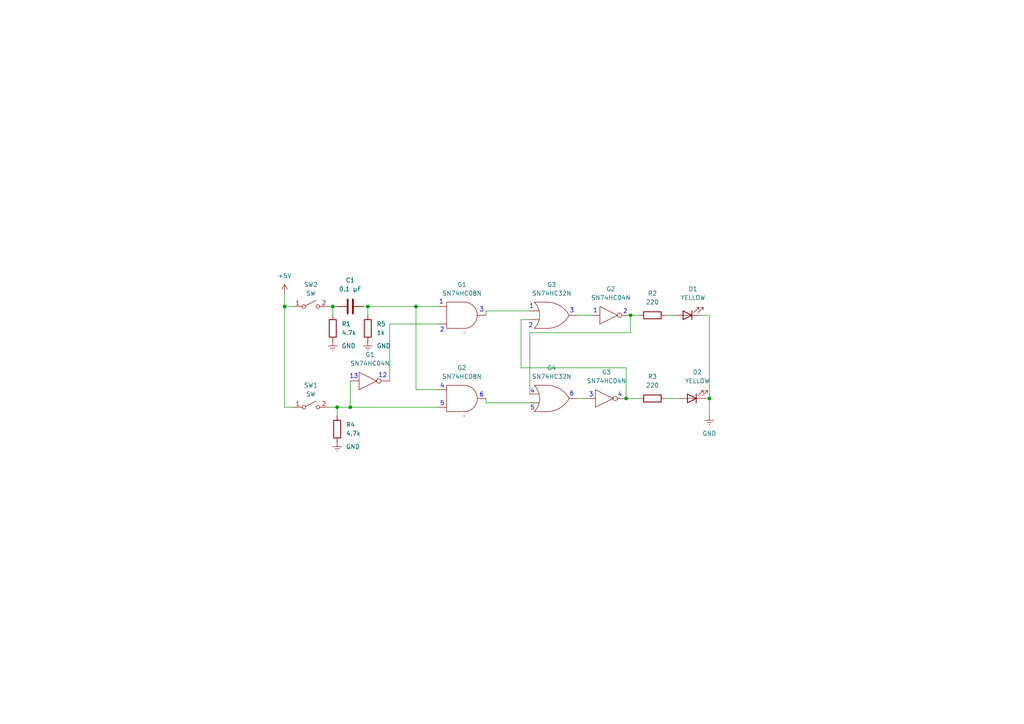
<source format=kicad_sch>
(kicad_sch (version 20231120) (generator "eeschema") (generator_version "8.0")
  (paper "A4")
  (lib_symbols
    (symbol "Device:C" (pin_numbers hide) (pin_names (offset 0.254))
      (property "Reference" "C" (at 0.635 2.54 0))
      (property "Value" "C" (at 0.635 -2.54 0))
      (symbol "C_0_1"
        (polyline (pts (xy -2.032 -0.762) (xy 2.032 -0.762)) (stroke (width 0.508)))
        (polyline (pts (xy -2.032 0.762) (xy 2.032 0.762)) (stroke (width 0.508)))
      )
      (symbol "C_1_1"
        (pin passive line (at 0 3.81 270) (length 2.794) (name "~") (number "1"))
        (pin passive line (at 0 -3.81 90) (length 2.794) (name "~") (number "2"))
      )
    )
    (symbol "Device:LED" (pin_numbers hide) (pin_names (offset 1.016) hide)
      (property "Reference" "D" (at 0 2.54 0))
      (property "Value" "LED" (at 0 -2.54 0))
      (symbol "LED_0_1"
        (polyline (pts (xy -1.27 -1.27) (xy -1.27 1.27)) (stroke (width 0.254)))
        (polyline (pts (xy -1.27 0) (xy 1.27 0)))
        (polyline (pts (xy 1.27 -1.27) (xy 1.27 1.27) (xy -1.27 0) (xy 1.27 -1.27)) (stroke (width 0.254)))
        (polyline (pts (xy -3.048 -0.762) (xy -4.572 -2.286) (xy -3.81 -2.286) (xy -4.572 -2.286) (xy -4.572 -1.524)))
        (polyline (pts (xy -1.778 -0.762) (xy -3.302 -2.286) (xy -2.54 -2.286) (xy -3.302 -2.286) (xy -3.302 -1.524)))
      )
      (symbol "LED_1_1"
        (pin passive line (at -3.81 0 0) (length 2.54) (name "K") (number "1"))
        (pin passive line (at 3.81 0 180) (length 2.54) (name "A") (number "2"))
      )
    )
    (symbol "Device:R" (pin_numbers hide) (pin_names (offset 0))
      (property "Reference" "R" (at 2.032 0 90))
      (property "Value" "R" (at 0 0 90))
      (symbol "R_0_1"
        (rectangle (start -1.016 -2.54) (end 1.016 2.54) (stroke (width 0.254)))
      )
      (symbol "R_1_1"
        (pin passive line (at 0 3.81 270) (length 1.27) (name "~") (number "1"))
        (pin passive line (at 0 -3.81 90) (length 1.27) (name "~") (number "2"))
      )
    )
    (symbol "MDSD symbols:AND_gate"
      (property "Reference" "G" (at 0.508 -2.54 0))
      (property "Value" "SN74HC08N" (at 1.016 5.842 0))
      (symbol "AND_gate_0_1"
        (polyline (pts (xy -3.81 3.81) (xy 1.27 3.81)))
        (polyline (pts (xy -3.81 3.81) (xy -3.81 -3.81) (xy 1.27 -3.81)))
        (circle (center 1.27 -5.08) (radius 0.0001))
        (arc (start 1.27 -3.81) (mid 5.08 0) (end 1.27 3.81))
      )
      (symbol "AND_gate_1_1"
        (pin input line (at -6.35 -2.54 0) (length 2.54) (name "") (number ""))
        (pin input line (at -6.35 2.54 0) (length 2.54) (name "") (number ""))
        (pin output line (at 7.62 0 180) (length 2.54) (name "") (number ""))
      )
    )
    (symbol "MDSD symbols:Inverter"
      (property "Reference" "G" (at 0 0 0))
      (property "Value" "SN74HC04N" (at -0.254 5.334 0))
      (symbol "Inverter_0_1"
        (polyline (pts (xy -2.54 -2.54) (xy -2.54 2.54) (xy 2.54 0) (xy -2.54 -2.54)))
        (arc (start 2.54 0) (mid 3.175 -0.635) (end 3.81 0))
        (arc (start 3.81 0) (mid 3.175 0.635) (end 2.54 0))
      )
      (symbol "Inverter_1_1"
        (pin input line (at -5.08 0 0) (length 2.54) (name "") (number ""))
        (pin output line (at 6.35 0 180) (length 2.54) (name "") (number ""))
      )
    )
    (symbol "MDSD symbols:OR_gate"
      (property "Reference" "G" (at 0.254 -2.54 0))
      (property "Value" "SN74HC32N" (at 0.508 5.842 0))
      (symbol "OR_gate_0_1"
        (arc (start -3.81 -3.81) (mid -2.2318 0) (end -3.81 3.81))
        (arc (start 0 -3.81) (mid 3.677 -2.7417) (end 6.35 0))
        (polyline (pts (xy -3.81 -3.81) (xy 0 -3.81)))
        (polyline (pts (xy -3.81 3.81) (xy 0 3.81)))
        (arc (start 6.35 0) (mid 3.6771 2.7418) (end 0 3.81))
      )
      (symbol "OR_gate_1_1"
        (pin input line (at -5.08 -1.27 0) (length 2.54) (name "") (number ""))
        (pin input line (at -5.08 1.27 0) (length 2.54) (name "") (number ""))
        (pin output line (at 8.89 0 180) (length 2.54) (name "") (number ""))
      )
    )
    (symbol "Switch:SW_SPST" (pin_names (offset 0) hide)
      (property "Reference" "SW" (at 0 3.175 0))
      (property "Value" "SW_SPST" (at 0 -2.54 0))
      (symbol "SW_SPST_0_0"
        (circle (center -2.032 0) (radius 0.508))
        (polyline (pts (xy -1.524 0.254) (xy 1.524 1.778)))
        (circle (center 2.032 0) (radius 0.508))
      )
      (symbol "SW_SPST_1_1"
        (pin passive line (at -5.08 0 0) (length 2.54) (name "A") (number "1"))
        (pin passive line (at 5.08 0 180) (length 2.54) (name "B") (number "2"))
      )
    )
    (symbol "power:+5V" (power) (pin_numbers hide) (pin_names (offset 0) hide)
      (property "Value" "+5V" (at 0 3.556 0))
      (symbol "+5V_0_1"
        (polyline (pts (xy -0.762 1.27) (xy 0 2.54)))
        (polyline (pts (xy 0 0) (xy 0 2.54)))
        (polyline (pts (xy 0 2.54) (xy 0.762 1.27)))
      )
      (symbol "+5V_1_1"
        (pin power_in line (at 0 0 90) (length 0) (name "~") (number "1"))
      )
    )
    (symbol "power:Earth" (power) (pin_numbers hide) (pin_names (offset 0) hide)
      (property "Value" "Earth" (at 0 -3.81 0))
      (symbol "Earth_0_1"
        (polyline (pts (xy -0.635 -1.905) (xy 0.635 -1.905)))
        (polyline (pts (xy -0.127 -2.54) (xy 0.127 -2.54)))
        (polyline (pts (xy 0 -1.27) (xy 0 0)))
        (polyline (pts (xy 1.27 -1.27) (xy -1.27 -1.27)))
      )
      (symbol "Earth_1_1"
        (pin power_in line (at 0 0 270) (length 0) (name "~") (number "1"))
      )
    )
  )
  (junction (at 205.74 115.57))
  (junction (at 182.88 91.44))
  (junction (at 97.79 118.11))
  (junction (at 181.61 115.57))
  (junction (at 120.65 88.9))
  (junction (at 106.68 88.9))
  (junction (at 101.6 118.11))
  (junction (at 96.52 88.9))
  (junction (at 82.55 88.9))
  (wire (pts (xy 182.88 91.44) (xy 185.42 91.44)))
  (wire (pts (xy 113.03 110.49) (xy 113.03 93.98)))
  (wire (pts (xy 181.61 115.57) (xy 185.42 115.57)))
  (wire (pts (xy 181.61 106.68) (xy 181.61 115.57)))
  (wire (pts (xy 205.74 115.57) (xy 204.47 115.57)))
  (wire (pts (xy 96.52 88.9) (xy 96.52 91.44)))
  (wire (pts (xy 182.88 96.52) (xy 153.67 96.52)))
  (wire (pts (xy 82.55 118.11) (xy 85.09 118.11)))
  (wire (pts (xy 105.41 88.9) (xy 106.68 88.9)))
  (wire (pts (xy 205.74 91.44) (xy 205.74 115.57)))
  (wire (pts (xy 120.65 88.9) (xy 127 88.9)))
  (wire (pts (xy 96.52 88.9) (xy 97.79 88.9)))
  (wire (pts (xy 113.03 93.98) (xy 127 93.98)))
  (wire (pts (xy 85.09 88.9) (xy 82.55 88.9)))
  (wire (pts (xy 82.55 85.09) (xy 82.55 88.9)))
  (wire (pts (xy 167.64 115.57) (xy 170.18 115.57)))
  (wire (pts (xy 95.25 88.9) (xy 96.52 88.9)))
  (wire (pts (xy 82.55 88.9) (xy 82.55 118.11)))
  (wire (pts (xy 140.97 115.57) (xy 140.97 116.84)))
  (wire (pts (xy 95.25 118.11) (xy 97.79 118.11)))
  (wire (pts (xy 97.79 118.11) (xy 101.6 118.11)))
  (wire (pts (xy 203.2 91.44) (xy 205.74 91.44)))
  (wire (pts (xy 193.04 115.57) (xy 196.85 115.57)))
  (wire (pts (xy 101.6 118.11) (xy 127 118.11)))
  (wire (pts (xy 97.79 118.11) (xy 97.79 120.65)))
  (wire (pts (xy 140.97 116.84) (xy 153.67 116.84)))
  (wire (pts (xy 101.6 110.49) (xy 101.6 118.11)))
  (wire (pts (xy 182.88 91.44) (xy 182.88 96.52)))
  (wire (pts (xy 140.97 91.44) (xy 140.97 90.17)))
  (wire (pts (xy 151.13 92.71) (xy 153.67 92.71)))
  (wire (pts (xy 193.04 91.44) (xy 195.58 91.44)))
  (wire (pts (xy 120.65 113.03) (xy 127 113.03)))
  (wire (pts (xy 181.61 106.68) (xy 151.13 106.68)))
  (wire (pts (xy 153.67 96.52) (xy 153.67 114.3)))
  (wire (pts (xy 140.97 90.17) (xy 153.67 90.17)))
  (wire (pts (xy 106.68 88.9) (xy 120.65 88.9)))
  (wire (pts (xy 151.13 106.68) (xy 151.13 92.71)))
  (wire (pts (xy 106.68 88.9) (xy 106.68 91.44)))
  (wire (pts (xy 120.65 88.9) (xy 120.65 113.03)))
  (wire (pts (xy 205.74 115.57) (xy 205.74 120.65)))
  (wire (pts (xy 167.64 91.44) (xy 171.45 91.44)))
  (text "2" (at 153.924 94.488 0) (effects (font (size 1.27 1.27))))
  (text "4" (at 179.832 114.554 0) (effects (font (size 1.27 1.27))))
  (text "5" (at 154.432 118.364 0) (effects (font (size 1.27 1.27))))
  (text "3" (at 171.45 114.554 0) (effects (font (size 1.27 1.27))))
  (text "3" (at 139.7 89.916 0) (effects (font (size 1.27 1.27))))
  (text "4" (at 128.27 112.014 0) (effects (font (size 1.27 1.27))))
  (text "6" (at 139.7 114.554 0) (effects (font (size 1.27 1.27))))
  (text "1" (at 154.178 88.9 0) (effects (font (size 1.27 1.27))))
  (text "2" (at 128.27 95.758 0) (effects (font (size 1.27 1.27))))
  (text "13" (at 102.616 109.22 0) (effects (font (size 1.27 1.27))))
  (text "12" (at 110.998 108.966 0) (effects (font (size 1.27 1.27))))
  (text "6" (at 165.862 114.3 0) (effects (font (size 1.27 1.27))))
  (text "4" (at 154.432 113.538 0) (effects (font (size 1.27 1.27))))
  (text "5" (at 128.27 117.094 0) (effects (font (size 1.27 1.27))))
  (text "3" (at 165.862 90.17 0) (effects (font (size 1.27 1.27))))
  (text "2" (at 181.356 90.424 0) (effects (font (size 1.27 1.27))))
  (text "1" (at 172.72 90.17 0) (effects (font (size 1.27 1.27))))
  (text "1" (at 128.016 87.63 0) (effects (font (size 1.27 1.27))))
  (symbol (lib_name "MDSD symbols:AND_gate") (lib_id "MDSD symbols:AND_gate") (at 133.35 115.57 0) (unit 1)
    (property "Reference" "G2" (at 133.985 106.68 0))
    (property "Value" "SN74HC08N" (at 133.985 109.22 0))
  )
  (symbol (lib_name "MDSD symbols:Inverter") (lib_id "MDSD symbols:Inverter") (at 176.53 91.44 0) (unit 1)
    (property "Reference" "G2" (at 177.165 83.82 0))
    (property "Value" "SN74HC04N" (at 177.165 86.36 0))
  )
  (symbol (lib_name "MDSD symbols:AND_gate") (lib_id "MDSD symbols:AND_gate") (at 133.35 91.44 0) (unit 1)
    (property "Reference" "G1" (at 133.985 82.55 0))
    (property "Value" "SN74HC08N" (at 133.985 85.09 0))
  )
  (symbol (lib_name "MDSD symbols:Inverter") (lib_id "MDSD symbols:Inverter") (at 106.68 110.49 0) (unit 1)
    (property "Reference" "G1" (at 107.315 102.87 0))
    (property "Value" "SN74HC04N" (at 107.315 105.41 0))
  )
  (symbol (lib_id "Device:LED") (at 199.39 91.44 180) (unit 1)
    (property "Reference" "D1" (at 200.9775 83.82 0))
    (property "Value" "YELLOW" (at 200.9775 86.36 0))
    (property "Description" "Light emitting diode" (effects (hide yes)))
  )
  (symbol (lib_id "Device:R") (at 96.52 95.25 180) (unit 1)
    (property "Reference" "R1" (at 99.06 93.9799 0) (effects (justify right)))
    (property "Value" "4.7k" (at 99.06 96.5199 0) (effects (justify right)))
    (property "Description" "Resistor" (effects (hide yes)))
  )
  (symbol (lib_id "Device:C") (at 101.6 88.9 90) (unit 1)
    (property "Reference" "C1" (at 101.6 81.28 90))
    (property "Value" "0.1 µF" (at 101.6 83.82 90))
    (property "Description" "Unpolarized capacitor" (effects (hide yes)))
  )
  (symbol (lib_id "power:+5V") (at 82.55 85.09 0) (unit 1)
    (property "Reference" "#PWR02" (effects (hide yes)))
    (property "Value" "+5V" (at 82.55 80.01 0))
    (property "Description" "Power symbol creates a global label with name \"+5V\"" (effects (hide yes)))
  )
  (symbol (lib_name "MDSD symbols:OR_gate") (lib_id "MDSD symbols:OR_gate") (at 158.75 115.57 0) (unit 1)
    (property "Reference" "G4" (at 160.02 106.68 0))
    (property "Value" "SN74HC32N" (at 160.02 109.22 0))
  )
  (symbol (lib_id "Switch:SW_SPST") (at 90.17 88.9 0) (unit 1)
    (property "Reference" "SW2" (at 90.17 82.55 0))
    (property "Value" "SW" (at 90.17 85.09 0))
    (property "Description" "Single Pole Single Throw (SPST) switch" (effects (hide yes)))
  )
  (symbol (lib_id "power:Earth") (at 97.79 128.27 0) (unit 1)
    (property "Reference" "#PWR05" (effects (hide yes)))
    (property "Value" "GND" (at 100.33 129.5399 0) (effects (justify left)))
    (property "Description" "Power symbol creates a global label with name \"Earth\"" (effects (hide yes)))
  )
  (symbol (lib_name "MDSD symbols:Inverter") (lib_id "MDSD symbols:Inverter") (at 175.26 115.57 0) (unit 1)
    (property "Reference" "G3" (at 175.895 107.95 0))
    (property "Value" "SN74HC04N" (at 175.895 110.49 0))
  )
  (symbol (lib_name "MDSD symbols:OR_gate") (lib_id "MDSD symbols:OR_gate") (at 158.75 91.44 0) (unit 1)
    (property "Reference" "G3" (at 160.02 82.55 0))
    (property "Value" "SN74HC32N" (at 160.02 85.09 0))
  )
  (symbol (lib_id "Switch:SW_SPST") (at 90.17 118.11 0) (unit 1)
    (property "Reference" "SW1" (at 90.17 111.76 0))
    (property "Value" "SW" (at 90.17 114.3 0))
    (property "Description" "Single Pole Single Throw (SPST) switch" (effects (hide yes)))
  )
  (symbol (lib_id "Device:LED") (at 200.66 115.57 180) (unit 1)
    (property "Reference" "D2" (at 202.2475 107.95 0))
    (property "Value" "YELLOW" (at 202.2475 110.49 0))
    (property "Description" "Light emitting diode" (effects (hide yes)))
  )
  (symbol (lib_id "Device:R") (at 189.23 91.44 90) (unit 1)
    (property "Reference" "R2" (at 189.23 85.09 90))
    (property "Value" "220" (at 189.23 87.63 90))
    (property "Description" "Resistor" (effects (hide yes)))
  )
  (symbol (lib_id "Device:R") (at 189.23 115.57 90) (unit 1)
    (property "Reference" "R3" (at 189.23 109.22 90))
    (property "Value" "220" (at 189.23 111.76 90))
    (property "Description" "Resistor" (effects (hide yes)))
  )
  (symbol (lib_id "power:Earth") (at 106.68 99.06 0) (unit 1)
    (property "Reference" "#PWR07" (effects (hide yes)))
    (property "Value" "GND" (at 109.22 100.3299 0) (effects (justify left)))
    (property "Description" "Power symbol creates a global label with name \"Earth\"" (effects (hide yes)))
  )
  (symbol (lib_id "power:Earth") (at 96.52 99.06 0) (unit 1)
    (property "Reference" "#PWR06" (effects (hide yes)))
    (property "Value" "GND" (at 99.06 100.3299 0) (effects (justify left)))
    (property "Description" "Power symbol creates a global label with name \"Earth\"" (effects (hide yes)))
  )
  (symbol (lib_id "Device:R") (at 106.68 95.25 180) (unit 1)
    (property "Reference" "R5" (at 109.22 93.9799 0) (effects (justify right)))
    (property "Value" "1k" (at 109.22 96.5199 0) (effects (justify right)))
    (property "Description" "Resistor" (effects (hide yes)))
  )
  (symbol (lib_id "power:Earth") (at 205.74 120.65 0) (unit 1)
    (property "Reference" "#PWR04" (effects (hide yes)))
    (property "Value" "GND" (at 205.74 125.73 0))
    (property "Description" "Power symbol creates a global label with name \"Earth\"" (effects (hide yes)))
  )
  (symbol (lib_id "Device:R") (at 97.79 124.46 180) (unit 1)
    (property "Reference" "R4" (at 100.33 123.1899 0) (effects (justify right)))
    (property "Value" "4.7k" (at 100.33 125.7299 0) (effects (justify right)))
    (property "Description" "Resistor" (effects (hide yes)))
  )
)
</source>
